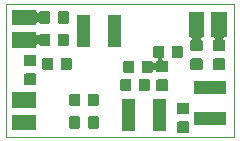
<source format=gbr>
G04 #@! TF.GenerationSoftware,KiCad,Pcbnew,(5.1.5)-2*
G04 #@! TF.CreationDate,2020-03-10T09:13:17+00:00*
G04 #@! TF.ProjectId,loco,6c6f636f-2e6b-4696-9361-645f70636258,rev?*
G04 #@! TF.SameCoordinates,Original*
G04 #@! TF.FileFunction,Soldermask,Bot*
G04 #@! TF.FilePolarity,Negative*
%FSLAX46Y46*%
G04 Gerber Fmt 4.6, Leading zero omitted, Abs format (unit mm)*
G04 Created by KiCad (PCBNEW (5.1.5)-2) date 2020-03-10 09:13:17*
%MOMM*%
%LPD*%
G04 APERTURE LIST*
%ADD10C,0.050000*%
%ADD11C,0.100000*%
G04 APERTURE END LIST*
D10*
X114046000Y-90805000D02*
X114046000Y-79502000D01*
X133350000Y-90805000D02*
X114046000Y-90805000D01*
X133350000Y-79502000D02*
X133350000Y-90805000D01*
X114046000Y-79502000D02*
X133350000Y-79502000D01*
D11*
G36*
X129411591Y-89457085D02*
G01*
X129445569Y-89467393D01*
X129476890Y-89484134D01*
X129504339Y-89506661D01*
X129526866Y-89534110D01*
X129543607Y-89565431D01*
X129553915Y-89599409D01*
X129558000Y-89640890D01*
X129558000Y-90242110D01*
X129553915Y-90283591D01*
X129543607Y-90317569D01*
X129526866Y-90348890D01*
X129504339Y-90376339D01*
X129476890Y-90398866D01*
X129445569Y-90415607D01*
X129411591Y-90425915D01*
X129370110Y-90430000D01*
X128693890Y-90430000D01*
X128652409Y-90425915D01*
X128618431Y-90415607D01*
X128587110Y-90398866D01*
X128559661Y-90376339D01*
X128537134Y-90348890D01*
X128520393Y-90317569D01*
X128510085Y-90283591D01*
X128506000Y-90242110D01*
X128506000Y-89640890D01*
X128510085Y-89599409D01*
X128520393Y-89565431D01*
X128537134Y-89534110D01*
X128559661Y-89506661D01*
X128587110Y-89484134D01*
X128618431Y-89467393D01*
X128652409Y-89457085D01*
X128693890Y-89453000D01*
X129370110Y-89453000D01*
X129411591Y-89457085D01*
G37*
G36*
X127581000Y-90251000D02*
G01*
X126479000Y-90251000D01*
X126479000Y-87549000D01*
X127581000Y-87549000D01*
X127581000Y-90251000D01*
G37*
G36*
X124981000Y-90251000D02*
G01*
X123879000Y-90251000D01*
X123879000Y-87549000D01*
X124981000Y-87549000D01*
X124981000Y-90251000D01*
G37*
G36*
X116621000Y-90186000D02*
G01*
X114519000Y-90186000D01*
X114519000Y-88884000D01*
X116621000Y-88884000D01*
X116621000Y-90186000D01*
G37*
G36*
X120204591Y-89013085D02*
G01*
X120238569Y-89023393D01*
X120269890Y-89040134D01*
X120297339Y-89062661D01*
X120319866Y-89090110D01*
X120336607Y-89121431D01*
X120346915Y-89155409D01*
X120351000Y-89196890D01*
X120351000Y-89873110D01*
X120346915Y-89914591D01*
X120336607Y-89948569D01*
X120319866Y-89979890D01*
X120297339Y-90007339D01*
X120269890Y-90029866D01*
X120238569Y-90046607D01*
X120204591Y-90056915D01*
X120163110Y-90061000D01*
X119561890Y-90061000D01*
X119520409Y-90056915D01*
X119486431Y-90046607D01*
X119455110Y-90029866D01*
X119427661Y-90007339D01*
X119405134Y-89979890D01*
X119388393Y-89948569D01*
X119378085Y-89914591D01*
X119374000Y-89873110D01*
X119374000Y-89196890D01*
X119378085Y-89155409D01*
X119388393Y-89121431D01*
X119405134Y-89090110D01*
X119427661Y-89062661D01*
X119455110Y-89040134D01*
X119486431Y-89023393D01*
X119520409Y-89013085D01*
X119561890Y-89009000D01*
X120163110Y-89009000D01*
X120204591Y-89013085D01*
G37*
G36*
X121779591Y-89013085D02*
G01*
X121813569Y-89023393D01*
X121844890Y-89040134D01*
X121872339Y-89062661D01*
X121894866Y-89090110D01*
X121911607Y-89121431D01*
X121921915Y-89155409D01*
X121926000Y-89196890D01*
X121926000Y-89873110D01*
X121921915Y-89914591D01*
X121911607Y-89948569D01*
X121894866Y-89979890D01*
X121872339Y-90007339D01*
X121844890Y-90029866D01*
X121813569Y-90046607D01*
X121779591Y-90056915D01*
X121738110Y-90061000D01*
X121136890Y-90061000D01*
X121095409Y-90056915D01*
X121061431Y-90046607D01*
X121030110Y-90029866D01*
X121002661Y-90007339D01*
X120980134Y-89979890D01*
X120963393Y-89948569D01*
X120953085Y-89914591D01*
X120949000Y-89873110D01*
X120949000Y-89196890D01*
X120953085Y-89155409D01*
X120963393Y-89121431D01*
X120980134Y-89090110D01*
X121002661Y-89062661D01*
X121030110Y-89040134D01*
X121061431Y-89023393D01*
X121095409Y-89013085D01*
X121136890Y-89009000D01*
X121738110Y-89009000D01*
X121779591Y-89013085D01*
G37*
G36*
X132669000Y-89735000D02*
G01*
X129967000Y-89735000D01*
X129967000Y-88633000D01*
X132669000Y-88633000D01*
X132669000Y-89735000D01*
G37*
G36*
X129411591Y-87882085D02*
G01*
X129445569Y-87892393D01*
X129476890Y-87909134D01*
X129504339Y-87931661D01*
X129526866Y-87959110D01*
X129543607Y-87990431D01*
X129553915Y-88024409D01*
X129558000Y-88065890D01*
X129558000Y-88667110D01*
X129553915Y-88708591D01*
X129543607Y-88742569D01*
X129526866Y-88773890D01*
X129504339Y-88801339D01*
X129476890Y-88823866D01*
X129445569Y-88840607D01*
X129411591Y-88850915D01*
X129370110Y-88855000D01*
X128693890Y-88855000D01*
X128652409Y-88850915D01*
X128618431Y-88840607D01*
X128587110Y-88823866D01*
X128559661Y-88801339D01*
X128537134Y-88773890D01*
X128520393Y-88742569D01*
X128510085Y-88708591D01*
X128506000Y-88667110D01*
X128506000Y-88065890D01*
X128510085Y-88024409D01*
X128520393Y-87990431D01*
X128537134Y-87959110D01*
X128559661Y-87931661D01*
X128587110Y-87909134D01*
X128618431Y-87892393D01*
X128652409Y-87882085D01*
X128693890Y-87878000D01*
X129370110Y-87878000D01*
X129411591Y-87882085D01*
G37*
G36*
X116621000Y-88281000D02*
G01*
X114519000Y-88281000D01*
X114519000Y-86979000D01*
X116621000Y-86979000D01*
X116621000Y-88281000D01*
G37*
G36*
X121779591Y-87108085D02*
G01*
X121813569Y-87118393D01*
X121844890Y-87135134D01*
X121872339Y-87157661D01*
X121894866Y-87185110D01*
X121911607Y-87216431D01*
X121921915Y-87250409D01*
X121926000Y-87291890D01*
X121926000Y-87968110D01*
X121921915Y-88009591D01*
X121911607Y-88043569D01*
X121894866Y-88074890D01*
X121872339Y-88102339D01*
X121844890Y-88124866D01*
X121813569Y-88141607D01*
X121779591Y-88151915D01*
X121738110Y-88156000D01*
X121136890Y-88156000D01*
X121095409Y-88151915D01*
X121061431Y-88141607D01*
X121030110Y-88124866D01*
X121002661Y-88102339D01*
X120980134Y-88074890D01*
X120963393Y-88043569D01*
X120953085Y-88009591D01*
X120949000Y-87968110D01*
X120949000Y-87291890D01*
X120953085Y-87250409D01*
X120963393Y-87216431D01*
X120980134Y-87185110D01*
X121002661Y-87157661D01*
X121030110Y-87135134D01*
X121061431Y-87118393D01*
X121095409Y-87108085D01*
X121136890Y-87104000D01*
X121738110Y-87104000D01*
X121779591Y-87108085D01*
G37*
G36*
X120204591Y-87108085D02*
G01*
X120238569Y-87118393D01*
X120269890Y-87135134D01*
X120297339Y-87157661D01*
X120319866Y-87185110D01*
X120336607Y-87216431D01*
X120346915Y-87250409D01*
X120351000Y-87291890D01*
X120351000Y-87968110D01*
X120346915Y-88009591D01*
X120336607Y-88043569D01*
X120319866Y-88074890D01*
X120297339Y-88102339D01*
X120269890Y-88124866D01*
X120238569Y-88141607D01*
X120204591Y-88151915D01*
X120163110Y-88156000D01*
X119561890Y-88156000D01*
X119520409Y-88151915D01*
X119486431Y-88141607D01*
X119455110Y-88124866D01*
X119427661Y-88102339D01*
X119405134Y-88074890D01*
X119388393Y-88043569D01*
X119378085Y-88009591D01*
X119374000Y-87968110D01*
X119374000Y-87291890D01*
X119378085Y-87250409D01*
X119388393Y-87216431D01*
X119405134Y-87185110D01*
X119427661Y-87157661D01*
X119455110Y-87135134D01*
X119486431Y-87118393D01*
X119520409Y-87108085D01*
X119561890Y-87104000D01*
X120163110Y-87104000D01*
X120204591Y-87108085D01*
G37*
G36*
X132669000Y-87135000D02*
G01*
X129967000Y-87135000D01*
X129967000Y-86033000D01*
X132669000Y-86033000D01*
X132669000Y-87135000D01*
G37*
G36*
X124522591Y-85838085D02*
G01*
X124556569Y-85848393D01*
X124587890Y-85865134D01*
X124615339Y-85887661D01*
X124637866Y-85915110D01*
X124654607Y-85946431D01*
X124664915Y-85980409D01*
X124669000Y-86021890D01*
X124669000Y-86698110D01*
X124664915Y-86739591D01*
X124654607Y-86773569D01*
X124637866Y-86804890D01*
X124615339Y-86832339D01*
X124587890Y-86854866D01*
X124556569Y-86871607D01*
X124522591Y-86881915D01*
X124481110Y-86886000D01*
X123879890Y-86886000D01*
X123838409Y-86881915D01*
X123804431Y-86871607D01*
X123773110Y-86854866D01*
X123745661Y-86832339D01*
X123723134Y-86804890D01*
X123706393Y-86773569D01*
X123696085Y-86739591D01*
X123692000Y-86698110D01*
X123692000Y-86021890D01*
X123696085Y-85980409D01*
X123706393Y-85946431D01*
X123723134Y-85915110D01*
X123745661Y-85887661D01*
X123773110Y-85865134D01*
X123804431Y-85848393D01*
X123838409Y-85838085D01*
X123879890Y-85834000D01*
X124481110Y-85834000D01*
X124522591Y-85838085D01*
G37*
G36*
X126097591Y-85838085D02*
G01*
X126131569Y-85848393D01*
X126162890Y-85865134D01*
X126190339Y-85887661D01*
X126212866Y-85915110D01*
X126229607Y-85946431D01*
X126239915Y-85980409D01*
X126244000Y-86021890D01*
X126244000Y-86698110D01*
X126239915Y-86739591D01*
X126229607Y-86773569D01*
X126212866Y-86804890D01*
X126190339Y-86832339D01*
X126162890Y-86854866D01*
X126131569Y-86871607D01*
X126097591Y-86881915D01*
X126056110Y-86886000D01*
X125454890Y-86886000D01*
X125413409Y-86881915D01*
X125379431Y-86871607D01*
X125348110Y-86854866D01*
X125320661Y-86832339D01*
X125298134Y-86804890D01*
X125281393Y-86773569D01*
X125271085Y-86739591D01*
X125267000Y-86698110D01*
X125267000Y-86021890D01*
X125271085Y-85980409D01*
X125281393Y-85946431D01*
X125298134Y-85915110D01*
X125320661Y-85887661D01*
X125348110Y-85865134D01*
X125379431Y-85848393D01*
X125413409Y-85838085D01*
X125454890Y-85834000D01*
X126056110Y-85834000D01*
X126097591Y-85838085D01*
G37*
G36*
X127633591Y-85901085D02*
G01*
X127667569Y-85911393D01*
X127698890Y-85928134D01*
X127726339Y-85950661D01*
X127748866Y-85978110D01*
X127765607Y-86009431D01*
X127775915Y-86043409D01*
X127780000Y-86084890D01*
X127780000Y-86686110D01*
X127775915Y-86727591D01*
X127765607Y-86761569D01*
X127748866Y-86792890D01*
X127726339Y-86820339D01*
X127698890Y-86842866D01*
X127667569Y-86859607D01*
X127633591Y-86869915D01*
X127592110Y-86874000D01*
X126915890Y-86874000D01*
X126874409Y-86869915D01*
X126840431Y-86859607D01*
X126809110Y-86842866D01*
X126781661Y-86820339D01*
X126759134Y-86792890D01*
X126742393Y-86761569D01*
X126732085Y-86727591D01*
X126728000Y-86686110D01*
X126728000Y-86084890D01*
X126732085Y-86043409D01*
X126742393Y-86009431D01*
X126759134Y-85978110D01*
X126781661Y-85950661D01*
X126809110Y-85928134D01*
X126840431Y-85911393D01*
X126874409Y-85901085D01*
X126915890Y-85897000D01*
X127592110Y-85897000D01*
X127633591Y-85901085D01*
G37*
G36*
X116457591Y-85393085D02*
G01*
X116491569Y-85403393D01*
X116522890Y-85420134D01*
X116550339Y-85442661D01*
X116572866Y-85470110D01*
X116589607Y-85501431D01*
X116599915Y-85535409D01*
X116604000Y-85576890D01*
X116604000Y-86178110D01*
X116599915Y-86219591D01*
X116589607Y-86253569D01*
X116572866Y-86284890D01*
X116550339Y-86312339D01*
X116522890Y-86334866D01*
X116491569Y-86351607D01*
X116457591Y-86361915D01*
X116416110Y-86366000D01*
X115739890Y-86366000D01*
X115698409Y-86361915D01*
X115664431Y-86351607D01*
X115633110Y-86334866D01*
X115605661Y-86312339D01*
X115583134Y-86284890D01*
X115566393Y-86253569D01*
X115556085Y-86219591D01*
X115552000Y-86178110D01*
X115552000Y-85576890D01*
X115556085Y-85535409D01*
X115566393Y-85501431D01*
X115583134Y-85470110D01*
X115605661Y-85442661D01*
X115633110Y-85420134D01*
X115664431Y-85403393D01*
X115698409Y-85393085D01*
X115739890Y-85389000D01*
X116416110Y-85389000D01*
X116457591Y-85393085D01*
G37*
G36*
X124776591Y-84314085D02*
G01*
X124810569Y-84324393D01*
X124841890Y-84341134D01*
X124869339Y-84363661D01*
X124891866Y-84391110D01*
X124908607Y-84422431D01*
X124918915Y-84456409D01*
X124923000Y-84497890D01*
X124923000Y-85174110D01*
X124918915Y-85215591D01*
X124908607Y-85249569D01*
X124891866Y-85280890D01*
X124869339Y-85308339D01*
X124841890Y-85330866D01*
X124810569Y-85347607D01*
X124776591Y-85357915D01*
X124735110Y-85362000D01*
X124133890Y-85362000D01*
X124092409Y-85357915D01*
X124058431Y-85347607D01*
X124027110Y-85330866D01*
X123999661Y-85308339D01*
X123977134Y-85280890D01*
X123960393Y-85249569D01*
X123950085Y-85215591D01*
X123946000Y-85174110D01*
X123946000Y-84497890D01*
X123950085Y-84456409D01*
X123960393Y-84422431D01*
X123977134Y-84391110D01*
X123999661Y-84363661D01*
X124027110Y-84341134D01*
X124058431Y-84324393D01*
X124092409Y-84314085D01*
X124133890Y-84310000D01*
X124735110Y-84310000D01*
X124776591Y-84314085D01*
G37*
G36*
X127316591Y-83044085D02*
G01*
X127350569Y-83054393D01*
X127381890Y-83071134D01*
X127409339Y-83093661D01*
X127431866Y-83121110D01*
X127448607Y-83152431D01*
X127458915Y-83186409D01*
X127463000Y-83227890D01*
X127463000Y-83904110D01*
X127458915Y-83945591D01*
X127448607Y-83979569D01*
X127431866Y-84010890D01*
X127409339Y-84038339D01*
X127381890Y-84060866D01*
X127349898Y-84077966D01*
X127328664Y-84086762D01*
X127308289Y-84100376D01*
X127290962Y-84117703D01*
X127277349Y-84138077D01*
X127267971Y-84160716D01*
X127263191Y-84184749D01*
X127263191Y-84209253D01*
X127267971Y-84233286D01*
X127277349Y-84255925D01*
X127290963Y-84276300D01*
X127308290Y-84293627D01*
X127328664Y-84307240D01*
X127351303Y-84316618D01*
X127387588Y-84322000D01*
X127592110Y-84322000D01*
X127633591Y-84326085D01*
X127667569Y-84336393D01*
X127698890Y-84353134D01*
X127726339Y-84375661D01*
X127748866Y-84403110D01*
X127765607Y-84434431D01*
X127775915Y-84468409D01*
X127780000Y-84509890D01*
X127780000Y-85111110D01*
X127775915Y-85152591D01*
X127765607Y-85186569D01*
X127748866Y-85217890D01*
X127726339Y-85245339D01*
X127698890Y-85267866D01*
X127667569Y-85284607D01*
X127633591Y-85294915D01*
X127592110Y-85299000D01*
X126915890Y-85299000D01*
X126874409Y-85294915D01*
X126840431Y-85284607D01*
X126809110Y-85267866D01*
X126781661Y-85245339D01*
X126759134Y-85217890D01*
X126742394Y-85186572D01*
X126739394Y-85176681D01*
X126730017Y-85154042D01*
X126716403Y-85133668D01*
X126699076Y-85116341D01*
X126678702Y-85102727D01*
X126656063Y-85093350D01*
X126632030Y-85088569D01*
X126607526Y-85088569D01*
X126583492Y-85093349D01*
X126560853Y-85102726D01*
X126540479Y-85116340D01*
X126523152Y-85133667D01*
X126509538Y-85154041D01*
X126500161Y-85176680D01*
X126495380Y-85200713D01*
X126493915Y-85215591D01*
X126483607Y-85249569D01*
X126466866Y-85280890D01*
X126444339Y-85308339D01*
X126416890Y-85330866D01*
X126385569Y-85347607D01*
X126351591Y-85357915D01*
X126310110Y-85362000D01*
X125708890Y-85362000D01*
X125667409Y-85357915D01*
X125633431Y-85347607D01*
X125602110Y-85330866D01*
X125574661Y-85308339D01*
X125552134Y-85280890D01*
X125535393Y-85249569D01*
X125525085Y-85215591D01*
X125521000Y-85174110D01*
X125521000Y-84497890D01*
X125525085Y-84456409D01*
X125535393Y-84422431D01*
X125552134Y-84391110D01*
X125574661Y-84363661D01*
X125602110Y-84341134D01*
X125633431Y-84324393D01*
X125667409Y-84314085D01*
X125708890Y-84310000D01*
X126310110Y-84310000D01*
X126351591Y-84314085D01*
X126385569Y-84324393D01*
X126416890Y-84341134D01*
X126444339Y-84363661D01*
X126466866Y-84391110D01*
X126483606Y-84422428D01*
X126495203Y-84460659D01*
X126504581Y-84483298D01*
X126518195Y-84503673D01*
X126535522Y-84521000D01*
X126555896Y-84534613D01*
X126578535Y-84543991D01*
X126602568Y-84548771D01*
X126627072Y-84548771D01*
X126651105Y-84543991D01*
X126673744Y-84534613D01*
X126694119Y-84520999D01*
X126711446Y-84503672D01*
X126725059Y-84483298D01*
X126734436Y-84460660D01*
X126742392Y-84434431D01*
X126759134Y-84403110D01*
X126781661Y-84375661D01*
X126809110Y-84353134D01*
X126841102Y-84336034D01*
X126862336Y-84327238D01*
X126882711Y-84313624D01*
X126900038Y-84296297D01*
X126913651Y-84275923D01*
X126923029Y-84253284D01*
X126927809Y-84229251D01*
X126927809Y-84204747D01*
X126923029Y-84180714D01*
X126913651Y-84158075D01*
X126900037Y-84137700D01*
X126882710Y-84120373D01*
X126862336Y-84106760D01*
X126839697Y-84097382D01*
X126803412Y-84092000D01*
X126673890Y-84092000D01*
X126632409Y-84087915D01*
X126598431Y-84077607D01*
X126567110Y-84060866D01*
X126539661Y-84038339D01*
X126517134Y-84010890D01*
X126500393Y-83979569D01*
X126490085Y-83945591D01*
X126486000Y-83904110D01*
X126486000Y-83227890D01*
X126490085Y-83186409D01*
X126500393Y-83152431D01*
X126517134Y-83121110D01*
X126539661Y-83093661D01*
X126567110Y-83071134D01*
X126598431Y-83054393D01*
X126632409Y-83044085D01*
X126673890Y-83040000D01*
X127275110Y-83040000D01*
X127316591Y-83044085D01*
G37*
G36*
X117918591Y-84060085D02*
G01*
X117952569Y-84070393D01*
X117983890Y-84087134D01*
X118011339Y-84109661D01*
X118033866Y-84137110D01*
X118050607Y-84168431D01*
X118060915Y-84202409D01*
X118065000Y-84243890D01*
X118065000Y-84920110D01*
X118060915Y-84961591D01*
X118050607Y-84995569D01*
X118033866Y-85026890D01*
X118011339Y-85054339D01*
X117983890Y-85076866D01*
X117952569Y-85093607D01*
X117918591Y-85103915D01*
X117877110Y-85108000D01*
X117275890Y-85108000D01*
X117234409Y-85103915D01*
X117200431Y-85093607D01*
X117169110Y-85076866D01*
X117141661Y-85054339D01*
X117119134Y-85026890D01*
X117102393Y-84995569D01*
X117092085Y-84961591D01*
X117088000Y-84920110D01*
X117088000Y-84243890D01*
X117092085Y-84202409D01*
X117102393Y-84168431D01*
X117119134Y-84137110D01*
X117141661Y-84109661D01*
X117169110Y-84087134D01*
X117200431Y-84070393D01*
X117234409Y-84060085D01*
X117275890Y-84056000D01*
X117877110Y-84056000D01*
X117918591Y-84060085D01*
G37*
G36*
X119493591Y-84060085D02*
G01*
X119527569Y-84070393D01*
X119558890Y-84087134D01*
X119586339Y-84109661D01*
X119608866Y-84137110D01*
X119625607Y-84168431D01*
X119635915Y-84202409D01*
X119640000Y-84243890D01*
X119640000Y-84920110D01*
X119635915Y-84961591D01*
X119625607Y-84995569D01*
X119608866Y-85026890D01*
X119586339Y-85054339D01*
X119558890Y-85076866D01*
X119527569Y-85093607D01*
X119493591Y-85103915D01*
X119452110Y-85108000D01*
X118850890Y-85108000D01*
X118809409Y-85103915D01*
X118775431Y-85093607D01*
X118744110Y-85076866D01*
X118716661Y-85054339D01*
X118694134Y-85026890D01*
X118677393Y-84995569D01*
X118667085Y-84961591D01*
X118663000Y-84920110D01*
X118663000Y-84243890D01*
X118667085Y-84202409D01*
X118677393Y-84168431D01*
X118694134Y-84137110D01*
X118716661Y-84109661D01*
X118744110Y-84087134D01*
X118775431Y-84070393D01*
X118809409Y-84060085D01*
X118850890Y-84056000D01*
X119452110Y-84056000D01*
X119493591Y-84060085D01*
G37*
G36*
X132459591Y-84123085D02*
G01*
X132493569Y-84133393D01*
X132524890Y-84150134D01*
X132552339Y-84172661D01*
X132574866Y-84200110D01*
X132591607Y-84231431D01*
X132601915Y-84265409D01*
X132606000Y-84306890D01*
X132606000Y-84908110D01*
X132601915Y-84949591D01*
X132591607Y-84983569D01*
X132574866Y-85014890D01*
X132552339Y-85042339D01*
X132524890Y-85064866D01*
X132493569Y-85081607D01*
X132459591Y-85091915D01*
X132418110Y-85096000D01*
X131741890Y-85096000D01*
X131700409Y-85091915D01*
X131666431Y-85081607D01*
X131635110Y-85064866D01*
X131607661Y-85042339D01*
X131585134Y-85014890D01*
X131568393Y-84983569D01*
X131558085Y-84949591D01*
X131554000Y-84908110D01*
X131554000Y-84306890D01*
X131558085Y-84265409D01*
X131568393Y-84231431D01*
X131585134Y-84200110D01*
X131607661Y-84172661D01*
X131635110Y-84150134D01*
X131666431Y-84133393D01*
X131700409Y-84123085D01*
X131741890Y-84119000D01*
X132418110Y-84119000D01*
X132459591Y-84123085D01*
G37*
G36*
X130554591Y-84123085D02*
G01*
X130588569Y-84133393D01*
X130619890Y-84150134D01*
X130647339Y-84172661D01*
X130669866Y-84200110D01*
X130686607Y-84231431D01*
X130696915Y-84265409D01*
X130701000Y-84306890D01*
X130701000Y-84908110D01*
X130696915Y-84949591D01*
X130686607Y-84983569D01*
X130669866Y-85014890D01*
X130647339Y-85042339D01*
X130619890Y-85064866D01*
X130588569Y-85081607D01*
X130554591Y-85091915D01*
X130513110Y-85096000D01*
X129836890Y-85096000D01*
X129795409Y-85091915D01*
X129761431Y-85081607D01*
X129730110Y-85064866D01*
X129702661Y-85042339D01*
X129680134Y-85014890D01*
X129663393Y-84983569D01*
X129653085Y-84949591D01*
X129649000Y-84908110D01*
X129649000Y-84306890D01*
X129653085Y-84265409D01*
X129663393Y-84231431D01*
X129680134Y-84200110D01*
X129702661Y-84172661D01*
X129730110Y-84150134D01*
X129761431Y-84133393D01*
X129795409Y-84123085D01*
X129836890Y-84119000D01*
X130513110Y-84119000D01*
X130554591Y-84123085D01*
G37*
G36*
X116457591Y-83818085D02*
G01*
X116491569Y-83828393D01*
X116522890Y-83845134D01*
X116550339Y-83867661D01*
X116572866Y-83895110D01*
X116589607Y-83926431D01*
X116599915Y-83960409D01*
X116604000Y-84001890D01*
X116604000Y-84603110D01*
X116599915Y-84644591D01*
X116589607Y-84678569D01*
X116572866Y-84709890D01*
X116550339Y-84737339D01*
X116522890Y-84759866D01*
X116491569Y-84776607D01*
X116457591Y-84786915D01*
X116416110Y-84791000D01*
X115739890Y-84791000D01*
X115698409Y-84786915D01*
X115664431Y-84776607D01*
X115633110Y-84759866D01*
X115605661Y-84737339D01*
X115583134Y-84709890D01*
X115566393Y-84678569D01*
X115556085Y-84644591D01*
X115552000Y-84603110D01*
X115552000Y-84001890D01*
X115556085Y-83960409D01*
X115566393Y-83926431D01*
X115583134Y-83895110D01*
X115605661Y-83867661D01*
X115633110Y-83845134D01*
X115664431Y-83828393D01*
X115698409Y-83818085D01*
X115739890Y-83814000D01*
X116416110Y-83814000D01*
X116457591Y-83818085D01*
G37*
G36*
X128891591Y-83044085D02*
G01*
X128925569Y-83054393D01*
X128956890Y-83071134D01*
X128984339Y-83093661D01*
X129006866Y-83121110D01*
X129023607Y-83152431D01*
X129033915Y-83186409D01*
X129038000Y-83227890D01*
X129038000Y-83904110D01*
X129033915Y-83945591D01*
X129023607Y-83979569D01*
X129006866Y-84010890D01*
X128984339Y-84038339D01*
X128956890Y-84060866D01*
X128925569Y-84077607D01*
X128891591Y-84087915D01*
X128850110Y-84092000D01*
X128248890Y-84092000D01*
X128207409Y-84087915D01*
X128173431Y-84077607D01*
X128142110Y-84060866D01*
X128114661Y-84038339D01*
X128092134Y-84010890D01*
X128075393Y-83979569D01*
X128065085Y-83945591D01*
X128061000Y-83904110D01*
X128061000Y-83227890D01*
X128065085Y-83186409D01*
X128075393Y-83152431D01*
X128092134Y-83121110D01*
X128114661Y-83093661D01*
X128142110Y-83071134D01*
X128173431Y-83054393D01*
X128207409Y-83044085D01*
X128248890Y-83040000D01*
X128850110Y-83040000D01*
X128891591Y-83044085D01*
G37*
G36*
X130826000Y-82331000D02*
G01*
X130662171Y-82331000D01*
X130637785Y-82333402D01*
X130614336Y-82340515D01*
X130592725Y-82352066D01*
X130573783Y-82367611D01*
X130558238Y-82386553D01*
X130546687Y-82408164D01*
X130539574Y-82431613D01*
X130537172Y-82455999D01*
X130539574Y-82480385D01*
X130546687Y-82503834D01*
X130558238Y-82525445D01*
X130573783Y-82544387D01*
X130592725Y-82559932D01*
X130603247Y-82566238D01*
X130619888Y-82575133D01*
X130647339Y-82597661D01*
X130669866Y-82625110D01*
X130686607Y-82656431D01*
X130696915Y-82690409D01*
X130701000Y-82731890D01*
X130701000Y-83333110D01*
X130696915Y-83374591D01*
X130686607Y-83408569D01*
X130669866Y-83439890D01*
X130647339Y-83467339D01*
X130619890Y-83489866D01*
X130588569Y-83506607D01*
X130554591Y-83516915D01*
X130513110Y-83521000D01*
X129836890Y-83521000D01*
X129795409Y-83516915D01*
X129761431Y-83506607D01*
X129730110Y-83489866D01*
X129702661Y-83467339D01*
X129680134Y-83439890D01*
X129663393Y-83408569D01*
X129653085Y-83374591D01*
X129649000Y-83333110D01*
X129649000Y-82731890D01*
X129653085Y-82690409D01*
X129663393Y-82656431D01*
X129680134Y-82625110D01*
X129702661Y-82597661D01*
X129730112Y-82575133D01*
X129746753Y-82566238D01*
X129767127Y-82552625D01*
X129784454Y-82535298D01*
X129798068Y-82514923D01*
X129807446Y-82492284D01*
X129812226Y-82468251D01*
X129812226Y-82443747D01*
X129807446Y-82419714D01*
X129798068Y-82397075D01*
X129784455Y-82376701D01*
X129767128Y-82359374D01*
X129746753Y-82345760D01*
X129724114Y-82336382D01*
X129700081Y-82331602D01*
X129687829Y-82331000D01*
X129524000Y-82331000D01*
X129524000Y-80229000D01*
X130826000Y-80229000D01*
X130826000Y-82331000D01*
G37*
G36*
X132731000Y-82331000D02*
G01*
X132567171Y-82331000D01*
X132542785Y-82333402D01*
X132519336Y-82340515D01*
X132497725Y-82352066D01*
X132478783Y-82367611D01*
X132463238Y-82386553D01*
X132451687Y-82408164D01*
X132444574Y-82431613D01*
X132442172Y-82455999D01*
X132444574Y-82480385D01*
X132451687Y-82503834D01*
X132463238Y-82525445D01*
X132478783Y-82544387D01*
X132497725Y-82559932D01*
X132508247Y-82566238D01*
X132524888Y-82575133D01*
X132552339Y-82597661D01*
X132574866Y-82625110D01*
X132591607Y-82656431D01*
X132601915Y-82690409D01*
X132606000Y-82731890D01*
X132606000Y-83333110D01*
X132601915Y-83374591D01*
X132591607Y-83408569D01*
X132574866Y-83439890D01*
X132552339Y-83467339D01*
X132524890Y-83489866D01*
X132493569Y-83506607D01*
X132459591Y-83516915D01*
X132418110Y-83521000D01*
X131741890Y-83521000D01*
X131700409Y-83516915D01*
X131666431Y-83506607D01*
X131635110Y-83489866D01*
X131607661Y-83467339D01*
X131585134Y-83439890D01*
X131568393Y-83408569D01*
X131558085Y-83374591D01*
X131554000Y-83333110D01*
X131554000Y-82731890D01*
X131558085Y-82690409D01*
X131568393Y-82656431D01*
X131585134Y-82625110D01*
X131607661Y-82597661D01*
X131635112Y-82575133D01*
X131651753Y-82566238D01*
X131672127Y-82552625D01*
X131689454Y-82535298D01*
X131703068Y-82514923D01*
X131712446Y-82492284D01*
X131717226Y-82468251D01*
X131717226Y-82443747D01*
X131712446Y-82419714D01*
X131703068Y-82397075D01*
X131689455Y-82376701D01*
X131672128Y-82359374D01*
X131651753Y-82345760D01*
X131629114Y-82336382D01*
X131605081Y-82331602D01*
X131592829Y-82331000D01*
X131429000Y-82331000D01*
X131429000Y-80229000D01*
X132731000Y-80229000D01*
X132731000Y-82331000D01*
G37*
G36*
X116621000Y-82062829D02*
G01*
X116623402Y-82087215D01*
X116630515Y-82110664D01*
X116642066Y-82132275D01*
X116657611Y-82151217D01*
X116676553Y-82166762D01*
X116698164Y-82178313D01*
X116721613Y-82185426D01*
X116745999Y-82187828D01*
X116770385Y-82185426D01*
X116793834Y-82178313D01*
X116815445Y-82166762D01*
X116834387Y-82151217D01*
X116849932Y-82132275D01*
X116856238Y-82121753D01*
X116865133Y-82105112D01*
X116887661Y-82077661D01*
X116915110Y-82055134D01*
X116946431Y-82038393D01*
X116980409Y-82028085D01*
X117021890Y-82024000D01*
X117623110Y-82024000D01*
X117664591Y-82028085D01*
X117698569Y-82038393D01*
X117729890Y-82055134D01*
X117757339Y-82077661D01*
X117779866Y-82105110D01*
X117796607Y-82136431D01*
X117806915Y-82170409D01*
X117811000Y-82211890D01*
X117811000Y-82888110D01*
X117806915Y-82929591D01*
X117796607Y-82963569D01*
X117779866Y-82994890D01*
X117757339Y-83022339D01*
X117729890Y-83044866D01*
X117698569Y-83061607D01*
X117664591Y-83071915D01*
X117623110Y-83076000D01*
X117021890Y-83076000D01*
X116980409Y-83071915D01*
X116946431Y-83061607D01*
X116915110Y-83044866D01*
X116887661Y-83022339D01*
X116865133Y-82994888D01*
X116856238Y-82978247D01*
X116842625Y-82957873D01*
X116825298Y-82940546D01*
X116804923Y-82926932D01*
X116782284Y-82917554D01*
X116758251Y-82912774D01*
X116733747Y-82912774D01*
X116709714Y-82917554D01*
X116687075Y-82926932D01*
X116666701Y-82940545D01*
X116649374Y-82957872D01*
X116635760Y-82978247D01*
X116626382Y-83000886D01*
X116621602Y-83024919D01*
X116621000Y-83037171D01*
X116621000Y-83201000D01*
X114519000Y-83201000D01*
X114519000Y-81899000D01*
X116621000Y-81899000D01*
X116621000Y-82062829D01*
G37*
G36*
X123771000Y-83139000D02*
G01*
X122669000Y-83139000D01*
X122669000Y-80437000D01*
X123771000Y-80437000D01*
X123771000Y-83139000D01*
G37*
G36*
X121171000Y-83139000D02*
G01*
X120069000Y-83139000D01*
X120069000Y-80437000D01*
X121171000Y-80437000D01*
X121171000Y-83139000D01*
G37*
G36*
X119239591Y-82028085D02*
G01*
X119273569Y-82038393D01*
X119304890Y-82055134D01*
X119332339Y-82077661D01*
X119354866Y-82105110D01*
X119371607Y-82136431D01*
X119381915Y-82170409D01*
X119386000Y-82211890D01*
X119386000Y-82888110D01*
X119381915Y-82929591D01*
X119371607Y-82963569D01*
X119354866Y-82994890D01*
X119332339Y-83022339D01*
X119304890Y-83044866D01*
X119273569Y-83061607D01*
X119239591Y-83071915D01*
X119198110Y-83076000D01*
X118596890Y-83076000D01*
X118555409Y-83071915D01*
X118521431Y-83061607D01*
X118490110Y-83044866D01*
X118462661Y-83022339D01*
X118440134Y-82994890D01*
X118423393Y-82963569D01*
X118413085Y-82929591D01*
X118409000Y-82888110D01*
X118409000Y-82211890D01*
X118413085Y-82170409D01*
X118423393Y-82136431D01*
X118440134Y-82105110D01*
X118462661Y-82077661D01*
X118490110Y-82055134D01*
X118521431Y-82038393D01*
X118555409Y-82028085D01*
X118596890Y-82024000D01*
X119198110Y-82024000D01*
X119239591Y-82028085D01*
G37*
G36*
X116621000Y-80157829D02*
G01*
X116623402Y-80182215D01*
X116630515Y-80205664D01*
X116642066Y-80227275D01*
X116657611Y-80246217D01*
X116676553Y-80261762D01*
X116698164Y-80273313D01*
X116721613Y-80280426D01*
X116745999Y-80282828D01*
X116770385Y-80280426D01*
X116793834Y-80273313D01*
X116815445Y-80261762D01*
X116834387Y-80246217D01*
X116849932Y-80227275D01*
X116856238Y-80216753D01*
X116865133Y-80200112D01*
X116887661Y-80172661D01*
X116915110Y-80150134D01*
X116946431Y-80133393D01*
X116980409Y-80123085D01*
X117021890Y-80119000D01*
X117623110Y-80119000D01*
X117664591Y-80123085D01*
X117698569Y-80133393D01*
X117729890Y-80150134D01*
X117757339Y-80172661D01*
X117779866Y-80200110D01*
X117796607Y-80231431D01*
X117806915Y-80265409D01*
X117811000Y-80306890D01*
X117811000Y-80983110D01*
X117806915Y-81024591D01*
X117796607Y-81058569D01*
X117779866Y-81089890D01*
X117757339Y-81117339D01*
X117729890Y-81139866D01*
X117698569Y-81156607D01*
X117664591Y-81166915D01*
X117623110Y-81171000D01*
X117021890Y-81171000D01*
X116980409Y-81166915D01*
X116946431Y-81156607D01*
X116915110Y-81139866D01*
X116887661Y-81117339D01*
X116865133Y-81089888D01*
X116856238Y-81073247D01*
X116842625Y-81052873D01*
X116825298Y-81035546D01*
X116804923Y-81021932D01*
X116782284Y-81012554D01*
X116758251Y-81007774D01*
X116733747Y-81007774D01*
X116709714Y-81012554D01*
X116687075Y-81021932D01*
X116666701Y-81035545D01*
X116649374Y-81052872D01*
X116635760Y-81073247D01*
X116626382Y-81095886D01*
X116621602Y-81119919D01*
X116621000Y-81132171D01*
X116621000Y-81296000D01*
X114519000Y-81296000D01*
X114519000Y-79994000D01*
X116621000Y-79994000D01*
X116621000Y-80157829D01*
G37*
G36*
X119239591Y-80123085D02*
G01*
X119273569Y-80133393D01*
X119304890Y-80150134D01*
X119332339Y-80172661D01*
X119354866Y-80200110D01*
X119371607Y-80231431D01*
X119381915Y-80265409D01*
X119386000Y-80306890D01*
X119386000Y-80983110D01*
X119381915Y-81024591D01*
X119371607Y-81058569D01*
X119354866Y-81089890D01*
X119332339Y-81117339D01*
X119304890Y-81139866D01*
X119273569Y-81156607D01*
X119239591Y-81166915D01*
X119198110Y-81171000D01*
X118596890Y-81171000D01*
X118555409Y-81166915D01*
X118521431Y-81156607D01*
X118490110Y-81139866D01*
X118462661Y-81117339D01*
X118440134Y-81089890D01*
X118423393Y-81058569D01*
X118413085Y-81024591D01*
X118409000Y-80983110D01*
X118409000Y-80306890D01*
X118413085Y-80265409D01*
X118423393Y-80231431D01*
X118440134Y-80200110D01*
X118462661Y-80172661D01*
X118490110Y-80150134D01*
X118521431Y-80133393D01*
X118555409Y-80123085D01*
X118596890Y-80119000D01*
X119198110Y-80119000D01*
X119239591Y-80123085D01*
G37*
M02*

</source>
